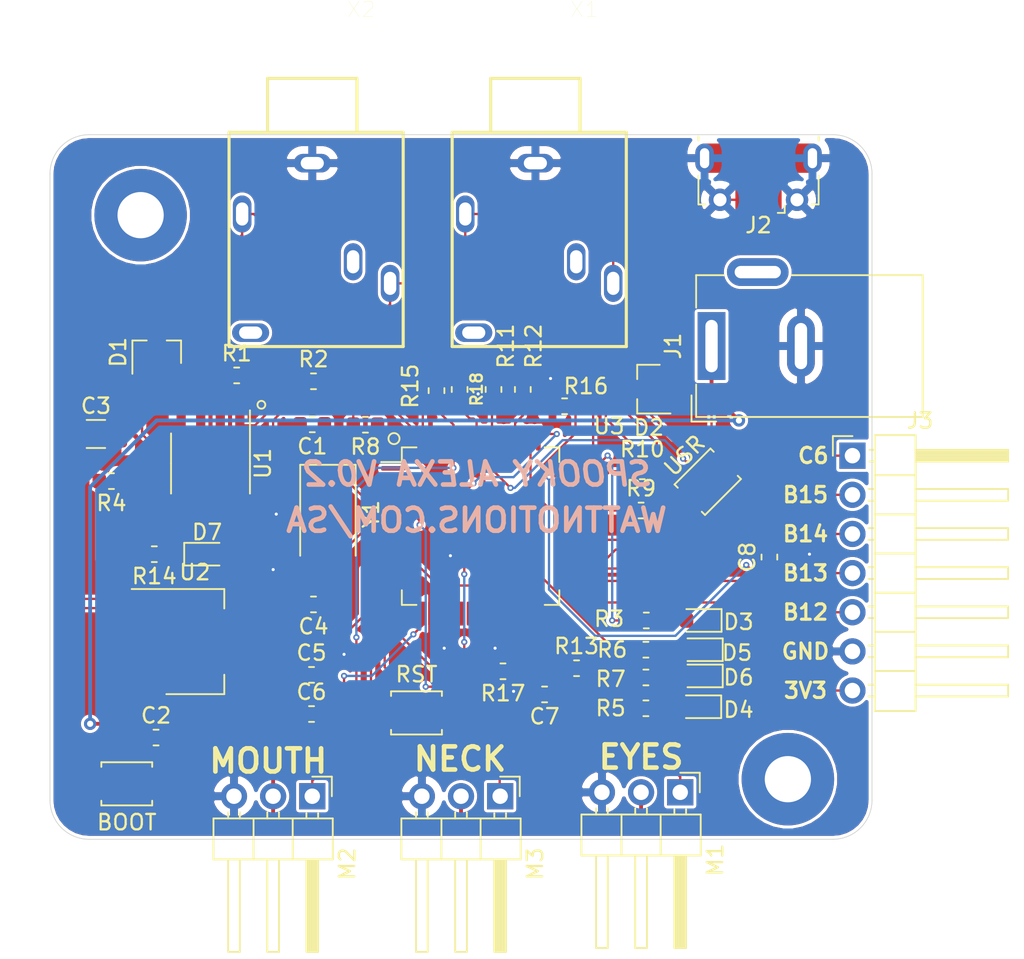
<source format=kicad_pcb>
(kicad_pcb (version 20171130) (host pcbnew "(5.1.5)-3")
  (layers (0 F.Cu signal) (31 B.Cu signal) (34 B.Paste user) (35 F.Paste user) (36 B.SilkS user) (37 F.SilkS user) (38 B.Mask user) (39 F.Mask user hide) (44 Edge.Cuts user))
  (net 0 "")
  (net 1 GND)
  (net 2 "Net-(C1-Pad1)")
  (net 3 +5V)
  (net 4 "Net-(C4-Pad1)")
  (net 5 +3V3)
  (net 6 "Net-(D1-Pad1)")
  (net 7 "Net-(D1-Pad2)")
  (net 8 "Net-(J2-Pad2)")
  (net 9 "Net-(J2-Pad4)")
  (net 10 "Net-(J2-Pad3)")
  (net 11 /EYES_SERVO)
  (net 12 /MOUTH_SERVO)
  (net 13 /NECK_SERVO)
  (net 14 "Net-(R1-Pad2)")
  (net 15 /PA11_DM)
  (net 16 /PA12_DP)
  (net 17 "Net-(U1-Pad3)")
  (net 18 "Net-(U3-Pad1)")
  (net 19 "Net-(U3-Pad2)")
  (net 20 "Net-(U3-Pad3)")
  (net 21 "Net-(U3-Pad4)")
  (net 22 "Net-(U3-Pad8)")
  (net 23 "Net-(U3-Pad9)")
  (net 24 "Net-(U3-Pad10)")
  (net 25 "Net-(U3-Pad11)")
  (net 26 "Net-(U3-Pad20)")
  (net 27 "Net-(U3-Pad21)")
  (net 28 "Net-(U3-Pad22)")
  (net 29 "Net-(U3-Pad23)")
  (net 30 "Net-(U3-Pad24)")
  (net 31 "Net-(U3-Pad25)")
  (net 32 "Net-(U3-Pad26)")
  (net 33 "Net-(U3-Pad27)")
  (net 34 "Net-(U3-Pad29)")
  (net 35 "Net-(U3-Pad51)")
  (net 36 "Net-(U3-Pad53)")
  (net 37 "Net-(U3-Pad54)")
  (net 38 "Net-(U3-Pad58)")
  (net 39 "Net-(U3-Pad59)")
  (net 40 "Net-(U3-Pad61)")
  (net 41 "Net-(U3-Pad62)")
  (net 42 "Net-(X1-Pad4)")
  (net 43 "Net-(X1-Pad5)")
  (net 44 "Net-(X2-Pad5)")
  (net 45 "Net-(X2-Pad4)")
  (net 46 /33_BO)
  (net 47 /34_BO)
  (net 48 /35_BO)
  (net 49 /36_BO)
  (net 50 /37_BO)
  (net 51 /38_BO)
  (net 52 /39_BO)
  (net 53 /40_BO)
  (net 54 /41_BO)
  (net 55 /42_BO)
  (net 56 "Net-(D2-Pad1)")
  (net 57 "Net-(D2-Pad2)")
  (net 58 "Net-(C7-Pad1)")
  (net 59 "Net-(C8-Pad1)")
  (net 60 "Net-(D3-Pad2)")
  (net 61 "Net-(D4-Pad2)")
  (net 62 "Net-(D5-Pad2)")
  (net 63 "Net-(D6-Pad2)")
  (net 64 "Net-(D7-Pad1)")
  (net 65 /PA13-RED)
  (net 66 /PA14-GRN)
  (net 67 /PA15-YEL)
  (net 68 /PB4-BLU)
  (net 69 /NRST)
  (net 70 "/PC11-(DFU)")
  (net 71 "/PB11-(DFU)")
  (net 72 "/BOOT0-(DFU)")
  (net 73 "/PA10-(DFU)")
  (net 74 "/PB2-(DFU)")
  (net 75 "/PB5-(DFU)")
  (net 76 /PB3-USR_SW)
  (net 77 /ENVELOPE_OUT)
  (module MountingHole:MountingHole_3mm_Pad (layer F.Cu) (at 102.4 73.8)
    (fp_text reference REF** hide)
    (fp_text value MountingHole_3mm_Pad)
    (pad 1 thru_hole circle (at 0 0) (size 6 6) (drill 3) (layers *.Cu *.Mask))
  )
  (module MountingHole:MountingHole_3mm_Pad (layer F.Cu) (at 144.4 110.4)
    (fp_text reference REF** hide)
    (fp_text value MountingHole_3mm_Pad)
    (pad 1 thru_hole circle (at 0 0) (size 6 6) (drill 3) (layers *.Cu *.Mask))
  )
  (module Package_TO_SOT_SMD:SOT-23 (layer F.Cu) (at 103.444 82.693 90)
    (fp_text reference D1 (at 0 -2.5 90) (layer F.SilkS))
    (fp_text value BAR43FILM)
    (pad 1 smd rect (at -1 -0.95 90) (size 0.9 0.8) (layers F.Cu F.Paste F.Mask) (net 6 "Net-(D1-Pad1)"))
    (pad 2 smd rect (at -1 0.95 90) (size 0.9 0.8) (layers F.Cu F.Paste F.Mask) (net 7 "Net-(D1-Pad2)"))
    (pad 3 smd rect (at 1 0 90) (size 0.9 0.8) (layers F.Cu F.Paste F.Mask) (net 77 /ENVELOPE_OUT))
  )
  (module Connector_BarrelJack:BarrelJack_Wuerth_6941xx301002 (layer F.Cu) (at 139.446 82.296 90)
    (fp_text reference J1 (at 0 -2.5 90) (layer F.SilkS))
    (fp_text value Jack-DC)
    (pad 3 thru_hole oval (at 4.8 3 180) (size 4 1.8) (drill oval 3 0.8) (layers *.Cu *.Mask))
    (pad 2 thru_hole oval (at 0 5.8 90) (size 4 1.8) (drill oval 3 0.8) (layers *.Cu *.Mask) (net 1 GND))
    (pad 1 thru_hole rect (at 0 0 90) (size 4.4 1.8) (drill oval 3.4 0.8) (layers *.Cu *.Mask) (net 3 +5V))
  )
  (module Connector_USB:USB_Micro-B_Molex-105017-0001 (layer F.Cu) (at 142.494 71.3415 180)
    (fp_text reference J2 (at 0 -3.1125) (layer F.SilkS))
    (fp_text value USB_B_Micro)
    (pad 6 smd rect (at 1 1.2375 180) (size 1.5 1.9) (layers F.Cu F.Paste F.Mask) (net 1 GND))
    (pad 6 thru_hole circle (at -2.5 -1.4625 180) (size 1.45 1.45) (drill 0.85) (layers *.Cu *.Mask) (net 1 GND))
    (pad 2 smd rect (at -0.65 -1.4625 180) (size 0.4 1.35) (layers F.Cu F.Paste F.Mask) (net 8 "Net-(J2-Pad2)"))
    (pad 1 smd rect (at -1.3 -1.4625 180) (size 0.4 1.35) (layers F.Cu F.Paste F.Mask) (net 56 "Net-(D2-Pad1)"))
    (pad 5 smd rect (at 1.3 -1.4625 180) (size 0.4 1.35) (layers F.Cu F.Paste F.Mask) (net 1 GND))
    (pad 4 smd rect (at 0.65 -1.4625 180) (size 0.4 1.35) (layers F.Cu F.Paste F.Mask) (net 9 "Net-(J2-Pad4)"))
    (pad 3 smd rect (at 0 -1.4625 180) (size 0.4 1.35) (layers F.Cu F.Paste F.Mask) (net 10 "Net-(J2-Pad3)"))
    (pad 6 thru_hole circle (at 2.5 -1.4625 180) (size 1.45 1.45) (drill 0.85) (layers *.Cu *.Mask) (net 1 GND))
    (pad 6 smd rect (at -1 1.2375 180) (size 1.5 1.9) (layers F.Cu F.Paste F.Mask) (net 1 GND))
    (pad 6 thru_hole oval (at -3.5 1.2375) (size 1.2 1.9) (drill oval 0.6 1.3) (layers *.Cu *.Mask) (net 1 GND))
    (pad 6 thru_hole oval (at 3.5 1.2375 180) (size 1.2 1.9) (drill oval 0.6 1.3) (layers *.Cu *.Mask) (net 1 GND))
    (pad 6 smd rect (at 2.9 1.2375 180) (size 1.2 1.9) (layers F.Cu F.Mask) (net 1 GND))
    (pad 6 smd rect (at -2.9 1.2375 180) (size 1.2 1.9) (layers F.Cu F.Mask) (net 1 GND))
  )
  (module Connector_PinHeader_2.54mm:PinHeader_1x03_P2.54mm_Horizontal (layer F.Cu) (at 137.414 111.252 270)
    (fp_text reference M1 (at 4.385 -2.27 90) (layer F.SilkS))
    (fp_text value Motor_Servo)
    (pad 1 thru_hole rect (at 0 0 270) (size 1.7 1.7) (drill 1) (layers *.Cu *.Mask) (net 11 /EYES_SERVO))
    (pad 2 thru_hole oval (at 0 2.54 270) (size 1.7 1.7) (drill 1) (layers *.Cu *.Mask) (net 3 +5V))
    (pad 3 thru_hole oval (at 0 5.08 270) (size 1.7 1.7) (drill 1) (layers *.Cu *.Mask) (net 1 GND))
  )
  (module Connector_PinHeader_2.54mm:PinHeader_1x03_P2.54mm_Horizontal (layer F.Cu) (at 113.538 111.506 270)
    (fp_text reference M2 (at 4.385 -2.27 90) (layer F.SilkS))
    (fp_text value Motor_Servo)
    (pad 1 thru_hole rect (at 0 0 270) (size 1.7 1.7) (drill 1) (layers *.Cu *.Mask) (net 12 /MOUTH_SERVO))
    (pad 2 thru_hole oval (at 0 2.54 270) (size 1.7 1.7) (drill 1) (layers *.Cu *.Mask) (net 3 +5V))
    (pad 3 thru_hole oval (at 0 5.08 270) (size 1.7 1.7) (drill 1) (layers *.Cu *.Mask) (net 1 GND))
  )
  (module Connector_PinHeader_2.54mm:PinHeader_1x03_P2.54mm_Horizontal (layer F.Cu) (at 125.73 111.506 270)
    (fp_text reference M3 (at 4.385 -2.27 90) (layer F.SilkS))
    (fp_text value Motor_Servo)
    (pad 3 thru_hole oval (at 0 5.08 270) (size 1.7 1.7) (drill 1) (layers *.Cu *.Mask) (net 1 GND))
    (pad 2 thru_hole oval (at 0 2.54 270) (size 1.7 1.7) (drill 1) (layers *.Cu *.Mask) (net 3 +5V))
    (pad 1 thru_hole rect (at 0 0 270) (size 1.7 1.7) (drill 1) (layers *.Cu *.Mask) (net 13 /NECK_SERVO))
  )
  (module Package_SO:SOIC-8_3.9x4.9mm_P1.27mm (layer F.Cu) (at 106.934 89.916 270)
    (fp_text reference U1 (at 0 -3.4 90) (layer F.SilkS))
    (fp_text value TLV2372)
    (pad 1 smd roundrect (at -2.475 -1.905 270) (size 1.95 0.6) (layers F.Cu F.Paste F.Mask) (net 6 "Net-(D1-Pad1)"))
    (pad 2 smd roundrect (at -2.475 -0.635 270) (size 1.95 0.6) (layers F.Cu F.Paste F.Mask) (net 14 "Net-(R1-Pad2)"))
    (pad 3 smd roundrect (at -2.475 0.635 270) (size 1.95 0.6) (layers F.Cu F.Paste F.Mask) (net 17 "Net-(U1-Pad3)"))
    (pad 4 smd roundrect (at -2.475 1.905 270) (size 1.95 0.6) (layers F.Cu F.Paste F.Mask) (net 1 GND))
    (pad 5 smd roundrect (at 2.475 1.905 270) (size 1.95 0.6) (layers F.Cu F.Paste F.Mask))
    (pad 6 smd roundrect (at 2.475 0.635 270) (size 1.95 0.6) (layers F.Cu F.Paste F.Mask))
    (pad 7 smd roundrect (at 2.475 -0.635 270) (size 1.95 0.6) (layers F.Cu F.Paste F.Mask))
    (pad 8 smd roundrect (at 2.475 -1.905 270) (size 1.95 0.6) (layers F.Cu F.Paste F.Mask) (net 5 +3V3))
  )
  (module Package_TO_SOT_SMD:SOT-223-3_TabPin2 (layer F.Cu) (at 105.918 101.473)
    (fp_text reference U2 (at 0 -4.5) (layer F.SilkS))
    (fp_text value LM1117-3.3)
    (pad 2 smd rect (at 3.15 0) (size 2 3.8) (layers F.Cu F.Paste F.Mask) (net 5 +3V3))
    (pad 2 smd rect (at -3.15 0) (size 2 1.5) (layers F.Cu F.Paste F.Mask) (net 5 +3V3))
    (pad 3 smd rect (at -3.15 2.3) (size 2 1.5) (layers F.Cu F.Paste F.Mask) (net 3 +5V))
    (pad 1 smd rect (at -3.15 -2.3) (size 2 1.5) (layers F.Cu F.Paste F.Mask) (net 1 GND))
  )
  (module Package_QFP:LQFP-64_10x10mm_P0.5mm (layer F.Cu) (at 124.46 93.98)
    (fp_text reference U3 (at 8.34 -6.48) (layer F.SilkS))
    (fp_text value STM32F405RGTx)
    (pad 1 smd roundrect (at -5.675 -3.75) (size 1.55 0.3) (layers F.Cu F.Paste F.Mask) (net 18 "Net-(U3-Pad1)"))
    (pad 2 smd roundrect (at -5.675 -3.25) (size 1.55 0.3) (layers F.Cu F.Paste F.Mask) (net 19 "Net-(U3-Pad2)"))
    (pad 3 smd roundrect (at -5.675 -2.75) (size 1.55 0.3) (layers F.Cu F.Paste F.Mask) (net 20 "Net-(U3-Pad3)"))
    (pad 4 smd roundrect (at -5.675 -2.25) (size 1.55 0.3) (layers F.Cu F.Paste F.Mask) (net 21 "Net-(U3-Pad4)"))
    (pad 5 smd roundrect (at -5.675 -1.75) (size 1.55 0.3) (layers F.Cu F.Paste F.Mask) (net 2 "Net-(C1-Pad1)"))
    (pad 6 smd roundrect (at -5.675 -1.25) (size 1.55 0.3) (layers F.Cu F.Paste F.Mask) (net 4 "Net-(C4-Pad1)"))
    (pad 7 smd roundrect (at -5.675 -0.75) (size 1.55 0.3) (layers F.Cu F.Paste F.Mask) (net 69 /NRST))
    (pad 8 smd roundrect (at -5.675 -0.25) (size 1.55 0.3) (layers F.Cu F.Paste F.Mask) (net 22 "Net-(U3-Pad8)"))
    (pad 9 smd roundrect (at -5.675 0.25) (size 1.55 0.3) (layers F.Cu F.Paste F.Mask) (net 23 "Net-(U3-Pad9)"))
    (pad 10 smd roundrect (at -5.675 0.75) (size 1.55 0.3) (layers F.Cu F.Paste F.Mask) (net 24 "Net-(U3-Pad10)"))
    (pad 11 smd roundrect (at -5.675 1.25) (size 1.55 0.3) (layers F.Cu F.Paste F.Mask) (net 25 "Net-(U3-Pad11)"))
    (pad 12 smd roundrect (at -5.675 1.75) (size 1.55 0.3) (layers F.Cu F.Paste F.Mask) (net 1 GND))
    (pad 13 smd roundrect (at -5.675 2.25) (size 1.55 0.3) (layers F.Cu F.Paste F.Mask) (net 5 +3V3))
    (pad 14 smd roundrect (at -5.675 2.75) (size 1.55 0.3) (layers F.Cu F.Paste F.Mask) (net 11 /EYES_SERVO))
    (pad 15 smd roundrect (at -5.675 3.25) (size 1.55 0.3) (layers F.Cu F.Paste F.Mask) (net 12 /MOUTH_SERVO))
    (pad 16 smd roundrect (at -5.675 3.75) (size 1.55 0.3) (layers F.Cu F.Paste F.Mask) (net 13 /NECK_SERVO))
    (pad 17 smd roundrect (at -3.75 5.675) (size 0.3 1.55) (layers F.Cu F.Paste F.Mask) (net 77 /ENVELOPE_OUT))
    (pad 18 smd roundrect (at -3.25 5.675) (size 0.3 1.55) (layers F.Cu F.Paste F.Mask) (net 1 GND))
    (pad 19 smd roundrect (at -2.75 5.675) (size 0.3 1.55) (layers F.Cu F.Paste F.Mask) (net 5 +3V3))
    (pad 20 smd roundrect (at -2.25 5.675) (size 0.3 1.55) (layers F.Cu F.Paste F.Mask) (net 26 "Net-(U3-Pad20)"))
    (pad 21 smd roundrect (at -1.75 5.675) (size 0.3 1.55) (layers F.Cu F.Paste F.Mask) (net 27 "Net-(U3-Pad21)"))
    (pad 22 smd roundrect (at -1.25 5.675) (size 0.3 1.55) (layers F.Cu F.Paste F.Mask) (net 28 "Net-(U3-Pad22)"))
    (pad 23 smd roundrect (at -0.75 5.675) (size 0.3 1.55) (layers F.Cu F.Paste F.Mask) (net 29 "Net-(U3-Pad23)"))
    (pad 24 smd roundrect (at -0.25 5.675) (size 0.3 1.55) (layers F.Cu F.Paste F.Mask) (net 30 "Net-(U3-Pad24)"))
    (pad 25 smd roundrect (at 0.25 5.675) (size 0.3 1.55) (layers F.Cu F.Paste F.Mask) (net 31 "Net-(U3-Pad25)"))
    (pad 26 smd roundrect (at 0.75 5.675) (size 0.3 1.55) (layers F.Cu F.Paste F.Mask) (net 32 "Net-(U3-Pad26)"))
    (pad 27 smd roundrect (at 1.25 5.675) (size 0.3 1.55) (layers F.Cu F.Paste F.Mask) (net 33 "Net-(U3-Pad27)"))
    (pad 28 smd roundrect (at 1.75 5.675) (size 0.3 1.55) (layers F.Cu F.Paste F.Mask) (net 74 "/PB2-(DFU)"))
    (pad 29 smd roundrect (at 2.25 5.675) (size 0.3 1.55) (layers F.Cu F.Paste F.Mask) (net 34 "Net-(U3-Pad29)"))
    (pad 30 smd roundrect (at 2.75 5.675) (size 0.3 1.55) (layers F.Cu F.Paste F.Mask) (net 71 "/PB11-(DFU)"))
    (pad 31 smd roundrect (at 3.25 5.675) (size 0.3 1.55) (layers F.Cu F.Paste F.Mask) (net 58 "Net-(C7-Pad1)"))
    (pad 32 smd roundrect (at 3.75 5.675) (size 0.3 1.55) (layers F.Cu F.Paste F.Mask) (net 5 +3V3))
    (pad 33 smd roundrect (at 5.675 3.75) (size 1.55 0.3) (layers F.Cu F.Paste F.Mask) (net 46 /33_BO))
    (pad 34 smd roundrect (at 5.675 3.25) (size 1.55 0.3) (layers F.Cu F.Paste F.Mask) (net 47 /34_BO))
    (pad 35 smd roundrect (at 5.675 2.75) (size 1.55 0.3) (layers F.Cu F.Paste F.Mask) (net 48 /35_BO))
    (pad 36 smd roundrect (at 5.675 2.25) (size 1.55 0.3) (layers F.Cu F.Paste F.Mask) (net 49 /36_BO))
    (pad 37 smd roundrect (at 5.675 1.75) (size 1.55 0.3) (layers F.Cu F.Paste F.Mask) (net 50 /37_BO))
    (pad 38 smd roundrect (at 5.675 1.25) (size 1.55 0.3) (layers F.Cu F.Paste F.Mask) (net 51 /38_BO))
    (pad 39 smd roundrect (at 5.675 0.75) (size 1.55 0.3) (layers F.Cu F.Paste F.Mask) (net 52 /39_BO))
    (pad 40 smd roundrect (at 5.675 0.25) (size 1.55 0.3) (layers F.Cu F.Paste F.Mask) (net 53 /40_BO))
    (pad 41 smd roundrect (at 5.675 -0.25) (size 1.55 0.3) (layers F.Cu F.Paste F.Mask) (net 54 /41_BO))
    (pad 42 smd roundrect (at 5.675 -0.75) (size 1.55 0.3) (layers F.Cu F.Paste F.Mask) (net 55 /42_BO))
    (pad 43 smd roundrect (at 5.675 -1.25) (size 1.55 0.3) (layers F.Cu F.Paste F.Mask) (net 73 "/PA10-(DFU)"))
    (pad 44 smd roundrect (at 5.675 -1.75) (size 1.55 0.3) (layers F.Cu F.Paste F.Mask) (net 15 /PA11_DM))
    (pad 45 smd roundrect (at 5.675 -2.25) (size 1.55 0.3) (layers F.Cu F.Paste F.Mask) (net 16 /PA12_DP))
    (pad 46 smd roundrect (at 5.675 -2.75) (size 1.55 0.3) (layers F.Cu F.Paste F.Mask) (net 65 /PA13-RED))
    (pad 47 smd roundrect (at 5.675 -3.25) (size 1.55 0.3) (layers F.Cu F.Paste F.Mask) (net 59 "Net-(C8-Pad1)"))
    (pad 48 smd roundrect (at 5.675 -3.75) (size 1.55 0.3) (layers F.Cu F.Paste F.Mask) (net 5 +3V3))
    (pad 49 smd roundrect (at 3.75 -5.675) (size 0.3 1.55) (layers F.Cu F.Paste F.Mask) (net 66 /PA14-GRN))
    (pad 50 smd roundrect (at 3.25 -5.675) (size 0.3 1.55) (layers F.Cu F.Paste F.Mask) (net 67 /PA15-YEL))
    (pad 51 smd roundrect (at 2.75 -5.675) (size 0.3 1.55) (layers F.Cu F.Paste F.Mask) (net 35 "Net-(U3-Pad51)"))
    (pad 52 smd roundrect (at 2.25 -5.675) (size 0.3 1.55) (layers F.Cu F.Paste F.Mask) (net 70 "/PC11-(DFU)"))
    (pad 53 smd roundrect (at 1.75 -5.675) (size 0.3 1.55) (layers F.Cu F.Paste F.Mask) (net 36 "Net-(U3-Pad53)"))
    (pad 54 smd roundrect (at 1.25 -5.675) (size 0.3 1.55) (layers F.Cu F.Paste F.Mask) (net 37 "Net-(U3-Pad54)"))
    (pad 55 smd roundrect (at 0.75 -5.675) (size 0.3 1.55) (layers F.Cu F.Paste F.Mask) (net 76 /PB3-USR_SW))
    (pad 56 smd roundrect (at 0.25 -5.675) (size 0.3 1.55) (layers F.Cu F.Paste F.Mask) (net 68 /PB4-BLU))
    (pad 57 smd roundrect (at -0.25 -5.675) (size 0.3 1.55) (layers F.Cu F.Paste F.Mask) (net 75 "/PB5-(DFU)"))
    (pad 58 smd roundrect (at -0.75 -5.675) (size 0.3 1.55) (layers F.Cu F.Paste F.Mask) (net 38 "Net-(U3-Pad58)"))
    (pad 59 smd roundrect (at -1.25 -5.675) (size 0.3 1.55) (layers F.Cu F.Paste F.Mask) (net 39 "Net-(U3-Pad59)"))
    (pad 60 smd roundrect (at -1.75 -5.675) (size 0.3 1.55) (layers F.Cu F.Paste F.Mask) (net 72 "/BOOT0-(DFU)"))
    (pad 61 smd roundrect (at -2.25 -5.675) (size 0.3 1.55) (layers F.Cu F.Paste F.Mask) (net 40 "Net-(U3-Pad61)"))
    (pad 62 smd roundrect (at -2.75 -5.675) (size 0.3 1.55) (layers F.Cu F.Paste F.Mask) (net 41 "Net-(U3-Pad62)"))
    (pad 63 smd roundrect (at -3.25 -5.675) (size 0.3 1.55) (layers F.Cu F.Paste F.Mask) (net 1 GND))
    (pad 64 smd roundrect (at -3.75 -5.675) (size 0.3 1.55) (layers F.Cu F.Paste F.Mask) (net 5 +3V3))
  )
  (module kicad_footprints:1503_09 (layer F.Cu) (at 128.016 68.326)
    (fp_text reference X1 (at 3.175 -7.875) (layer F.SilkS) (effects (font (thickness 0.015))))
    (fp_text value 1503_09)
    (pad 1 thru_hole oval (at 0 2.1) (size 2.4 1.2) (drill oval 1.5 0.8) (layers *.Cu *.Mask) (net 1 GND))
    (pad 2 thru_hole oval (at -4.55 5.4) (size 1.2 2.4) (drill oval 0.8 1.5) (layers *.Cu *.Mask) (net 17 "Net-(U1-Pad3)"))
    (pad 3 thru_hole oval (at 5.05 9.9) (size 1.2 2.4) (drill oval 0.8 1.5) (layers *.Cu *.Mask) (net 17 "Net-(U1-Pad3)"))
    (pad 4 thru_hole oval (at -4 13.1) (size 2.4 1.2) (drill oval 1.5 0.8) (layers *.Cu *.Mask) (net 42 "Net-(X1-Pad4)"))
    (pad 5 thru_hole oval (at 2.65 8.5) (size 1.2 2.4) (drill oval 0.8 1.5) (layers *.Cu *.Mask) (net 43 "Net-(X1-Pad5)"))
  )
  (module kicad_footprints:1503_09 (layer F.Cu) (at 113.538 68.326)
    (fp_text reference X2 (at 3.175 -7.875) (layer F.SilkS) (effects (font (thickness 0.015))))
    (fp_text value 1503_09)
    (pad 5 thru_hole oval (at 2.65 8.5) (size 1.2 2.4) (drill oval 0.8 1.5) (layers *.Cu *.Mask) (net 44 "Net-(X2-Pad5)"))
    (pad 4 thru_hole oval (at -4 13.1) (size 2.4 1.2) (drill oval 1.5 0.8) (layers *.Cu *.Mask) (net 45 "Net-(X2-Pad4)"))
    (pad 3 thru_hole oval (at 5.05 9.9) (size 1.2 2.4) (drill oval 0.8 1.5) (layers *.Cu *.Mask) (net 17 "Net-(U1-Pad3)"))
    (pad 2 thru_hole oval (at -4.55 5.4) (size 1.2 2.4) (drill oval 0.8 1.5) (layers *.Cu *.Mask) (net 17 "Net-(U1-Pad3)"))
    (pad 1 thru_hole oval (at 0 2.1) (size 2.4 1.2) (drill oval 1.5 0.8) (layers *.Cu *.Mask) (net 1 GND))
  )
  (module Crystal:Crystal_SMD_Abracon_ABM3-2Pin_5.0x3.2mm (layer F.Cu) (at 114.554 93.2 270)
    (fp_text reference Y1 (at 0 -2.8 90) (layer F.SilkS))
    (fp_text value 12Mhz)
    (pad 1 smd rect (at -2.05 0 270) (size 1.9 2.4) (layers F.Cu F.Paste F.Mask) (net 2 "Net-(C1-Pad1)"))
    (pad 2 smd rect (at 2.05 0 270) (size 1.9 2.4) (layers F.Cu F.Paste F.Mask) (net 4 "Net-(C4-Pad1)"))
  )
  (module Connector_PinHeader_2.54mm:PinHeader_1x07_P2.54mm_Horizontal (layer F.Cu) (at 148.59 89.408)
    (fp_text reference J3 (at 4.385 -2.27) (layer F.SilkS))
    (fp_text value Conn_01x07_Male)
    (pad 1 thru_hole rect (at 0 0) (size 1.7 1.7) (drill 1) (layers *.Cu *.Mask) (net 50 /37_BO))
    (pad 2 thru_hole oval (at 0 2.54) (size 1.7 1.7) (drill 1) (layers *.Cu *.Mask) (net 49 /36_BO))
    (pad 3 thru_hole oval (at 0 5.08) (size 1.7 1.7) (drill 1) (layers *.Cu *.Mask) (net 48 /35_BO))
    (pad 4 thru_hole oval (at 0 7.62) (size 1.7 1.7) (drill 1) (layers *.Cu *.Mask) (net 47 /34_BO))
    (pad 5 thru_hole oval (at 0 10.16) (size 1.7 1.7) (drill 1) (layers *.Cu *.Mask) (net 46 /33_BO))
    (pad 6 thru_hole oval (at 0 12.7) (size 1.7 1.7) (drill 1) (layers *.Cu *.Mask) (net 1 GND))
    (pad 7 thru_hole oval (at 0 15.24) (size 1.7 1.7) (drill 1) (layers *.Cu *.Mask) (net 5 +3V3))
  )
  (module Package_TO_SOT_SMD:SOT-23 (layer F.Cu) (at 135.382 85.09 180)
    (fp_text reference D2 (at 0 -2.5) (layer F.SilkS))
    (fp_text value BAR43FILM)
    (pad 1 smd rect (at -1 -0.95 180) (size 0.9 0.8) (layers F.Cu F.Paste F.Mask) (net 56 "Net-(D2-Pad1)"))
    (pad 2 smd rect (at -1 0.95 180) (size 0.9 0.8) (layers F.Cu F.Paste F.Mask) (net 57 "Net-(D2-Pad2)"))
    (pad 3 smd rect (at 1 0 180) (size 0.9 0.8) (layers F.Cu F.Paste F.Mask) (net 3 +5V))
  )
  (module Capacitor_SMD:C_0603_1608Metric (layer F.Cu) (at 113.538 87.376 180)
    (fp_text reference C1 (at 0 -1.43) (layer F.SilkS))
    (fp_text value 18pf)
    (pad 1 smd roundrect (at -0.7875 0 180) (size 0.875 0.95) (layers F.Cu F.Paste F.Mask) (net 2 "Net-(C1-Pad1)"))
    (pad 2 smd roundrect (at 0.7875 0 180) (size 0.875 0.95) (layers F.Cu F.Paste F.Mask) (net 1 GND))
  )
  (module Capacitor_SMD:C_0603_1608Metric (layer F.Cu) (at 103.4 107.7)
    (fp_text reference C2 (at 0 -1.43) (layer F.SilkS))
    (fp_text value 10uF)
    (pad 2 smd roundrect (at 0.7875 0) (size 0.875 0.95) (layers F.Cu F.Paste F.Mask) (net 1 GND))
    (pad 1 smd roundrect (at -0.7875 0) (size 0.875 0.95) (layers F.Cu F.Paste F.Mask) (net 3 +5V))
  )
  (module Capacitor_SMD:C_0603_1608Metric (layer F.Cu) (at 113.6165 99.06 180)
    (fp_text reference C4 (at 0 -1.43) (layer F.SilkS))
    (fp_text value 18pf)
    (pad 2 smd roundrect (at 0.7875 0 180) (size 0.875 0.95) (layers F.Cu F.Paste F.Mask) (net 1 GND))
    (pad 1 smd roundrect (at -0.7875 0 180) (size 0.875 0.95) (layers F.Cu F.Paste F.Mask) (net 4 "Net-(C4-Pad1)"))
  )
  (module Capacitor_SMD:C_0603_1608Metric (layer F.Cu) (at 113.4895 103.632)
    (fp_text reference C5 (at 0 -1.43) (layer F.SilkS))
    (fp_text value 4.7uF)
    (pad 1 smd roundrect (at -0.7875 0) (size 0.875 0.95) (layers F.Cu F.Paste F.Mask) (net 5 +3V3))
    (pad 2 smd roundrect (at 0.7875 0) (size 0.875 0.95) (layers F.Cu F.Paste F.Mask) (net 1 GND))
  )
  (module Capacitor_SMD:C_0603_1608Metric (layer F.Cu) (at 113.4895 106.172)
    (fp_text reference C6 (at 0 -1.43) (layer F.SilkS))
    (fp_text value 100nF)
    (pad 1 smd roundrect (at -0.7875 0) (size 0.875 0.95) (layers F.Cu F.Paste F.Mask) (net 5 +3V3))
    (pad 2 smd roundrect (at 0.7875 0) (size 0.875 0.95) (layers F.Cu F.Paste F.Mask) (net 1 GND))
  )
  (module Capacitor_SMD:C_0603_1608Metric (layer F.Cu) (at 128.6125 104.9 180)
    (fp_text reference C7 (at 0 -1.43) (layer F.SilkS))
    (fp_text value 2.2uF)
    (pad 1 smd roundrect (at -0.7875 0 180) (size 0.875 0.95) (layers F.Cu F.Paste F.Mask) (net 58 "Net-(C7-Pad1)"))
    (pad 2 smd roundrect (at 0.7875 0 180) (size 0.875 0.95) (layers F.Cu F.Paste F.Mask) (net 1 GND))
  )
  (module Capacitor_SMD:C_0603_1608Metric (layer F.Cu) (at 143.2 95.9875 90)
    (fp_text reference C8 (at 0 -1.43 90) (layer F.SilkS))
    (fp_text value 2.2uF)
    (pad 2 smd roundrect (at 0.7875 0 90) (size 0.875 0.95) (layers F.Cu F.Paste F.Mask) (net 1 GND))
    (pad 1 smd roundrect (at -0.7875 0 90) (size 0.875 0.95) (layers F.Cu F.Paste F.Mask) (net 59 "Net-(C8-Pad1)"))
  )
  (module LED_SMD:LED_0603_1608Metric (layer F.Cu) (at 138.6125 100.1 180)
    (fp_text reference D3 (at -2.5875 -0.1) (layer F.SilkS))
    (fp_text value LED)
    (pad 2 smd roundrect (at 0.7875 0 180) (size 0.875 0.95) (layers F.Cu F.Paste F.Mask) (net 60 "Net-(D3-Pad2)"))
    (pad 1 smd roundrect (at -0.7875 0 180) (size 0.875 0.95) (layers F.Cu F.Paste F.Mask) (net 1 GND))
  )
  (module LED_SMD:LED_0603_1608Metric (layer F.Cu) (at 138.5875 105.7 180)
    (fp_text reference D4 (at -2.6125 -0.2) (layer F.SilkS))
    (fp_text value LED)
    (pad 1 smd roundrect (at -0.7875 0 180) (size 0.875 0.95) (layers F.Cu F.Paste F.Mask) (net 1 GND))
    (pad 2 smd roundrect (at 0.7875 0 180) (size 0.875 0.95) (layers F.Cu F.Paste F.Mask) (net 61 "Net-(D4-Pad2)"))
  )
  (module LED_SMD:LED_0603_1608Metric (layer F.Cu) (at 138.6875 102 180)
    (fp_text reference D5 (at -2.4125 -0.2) (layer F.SilkS))
    (fp_text value LED)
    (pad 2 smd roundrect (at 0.7875 0 180) (size 0.875 0.95) (layers F.Cu F.Paste F.Mask) (net 62 "Net-(D5-Pad2)"))
    (pad 1 smd roundrect (at -0.7875 0 180) (size 0.875 0.95) (layers F.Cu F.Paste F.Mask) (net 1 GND))
  )
  (module LED_SMD:LED_0603_1608Metric (layer F.Cu) (at 138.6875 103.7 180)
    (fp_text reference D6 (at -2.5125 -0.1) (layer F.SilkS))
    (fp_text value LED)
    (pad 1 smd roundrect (at -0.7875 0 180) (size 0.875 0.95) (layers F.Cu F.Paste F.Mask) (net 1 GND))
    (pad 2 smd roundrect (at 0.7875 0 180) (size 0.875 0.95) (layers F.Cu F.Paste F.Mask) (net 63 "Net-(D6-Pad2)"))
  )
  (module LED_SMD:LED_0603_1608Metric (layer F.Cu) (at 106.7125 95.8)
    (fp_text reference D7 (at 0 -1.43) (layer F.SilkS))
    (fp_text value LED)
    (pad 1 smd roundrect (at -0.7875 0) (size 0.875 0.95) (layers F.Cu F.Paste F.Mask) (net 64 "Net-(D7-Pad1)"))
    (pad 2 smd roundrect (at 0.7875 0) (size 0.875 0.95) (layers F.Cu F.Paste F.Mask) (net 5 +3V3))
  )
  (module Resistor_SMD:R_0603_1608Metric (layer F.Cu) (at 108.6335 84.201)
    (fp_text reference R1 (at 0 -1.43) (layer F.SilkS))
    (fp_text value 5k)
    (pad 2 smd roundrect (at 0.7875 0) (size 0.875 0.95) (layers F.Cu F.Paste F.Mask) (net 14 "Net-(R1-Pad2)"))
    (pad 1 smd roundrect (at -0.7875 0) (size 0.875 0.95) (layers F.Cu F.Paste F.Mask) (net 1 GND))
  )
  (module Resistor_SMD:R_0603_1608Metric (layer F.Cu) (at 113.6165 84.582)
    (fp_text reference R2 (at 0 -1.43) (layer F.SilkS))
    (fp_text value 25k)
    (pad 1 smd roundrect (at -0.7875 0) (size 0.875 0.95) (layers F.Cu F.Paste F.Mask) (net 6 "Net-(D1-Pad1)"))
    (pad 2 smd roundrect (at 0.7875 0) (size 0.875 0.95) (layers F.Cu F.Paste F.Mask) (net 14 "Net-(R1-Pad2)"))
  )
  (module Resistor_SMD:R_0603_1608Metric (layer F.Cu) (at 135.2125 100.1 180)
    (fp_text reference R3 (at 2.4125 0.1) (layer F.SilkS))
    (fp_text value 560R)
    (pad 1 smd roundrect (at -0.7875 0 180) (size 0.875 0.95) (layers F.Cu F.Paste F.Mask) (net 60 "Net-(D3-Pad2)"))
    (pad 2 smd roundrect (at 0.7875 0 180) (size 0.875 0.95) (layers F.Cu F.Paste F.Mask) (net 65 /PA13-RED))
  )
  (module Resistor_SMD:R_0603_1608Metric (layer F.Cu) (at 100.5055 91.059 180)
    (fp_text reference R4 (at 0 -1.43) (layer F.SilkS))
    (fp_text value 3k)
    (pad 2 smd roundrect (at 0.7875 0 180) (size 0.875 0.95) (layers F.Cu F.Paste F.Mask) (net 77 /ENVELOPE_OUT))
    (pad 1 smd roundrect (at -0.7875 0 180) (size 0.875 0.95) (layers F.Cu F.Paste F.Mask) (net 1 GND))
  )
  (module Resistor_SMD:R_0603_1608Metric (layer F.Cu) (at 135.1875 105.8 180)
    (fp_text reference R5 (at 2.2875 0) (layer F.SilkS))
    (fp_text value 560R)
    (pad 2 smd roundrect (at 0.7875 0 180) (size 0.875 0.95) (layers F.Cu F.Paste F.Mask) (net 66 /PA14-GRN))
    (pad 1 smd roundrect (at -0.7875 0 180) (size 0.875 0.95) (layers F.Cu F.Paste F.Mask) (net 61 "Net-(D4-Pad2)"))
  )
  (module Resistor_SMD:R_0603_1608Metric (layer F.Cu) (at 135.1875 102 180)
    (fp_text reference R6 (at 2.1875 0) (layer F.SilkS))
    (fp_text value 560R)
    (pad 1 smd roundrect (at -0.7875 0 180) (size 0.875 0.95) (layers F.Cu F.Paste F.Mask) (net 62 "Net-(D5-Pad2)"))
    (pad 2 smd roundrect (at 0.7875 0 180) (size 0.875 0.95) (layers F.Cu F.Paste F.Mask) (net 67 /PA15-YEL))
  )
  (module Resistor_SMD:R_0603_1608Metric (layer F.Cu) (at 135.1875 103.8 180)
    (fp_text reference R7 (at 2.2875 -0.1) (layer F.SilkS))
    (fp_text value 560R)
    (pad 2 smd roundrect (at 0.7875 0 180) (size 0.875 0.95) (layers F.Cu F.Paste F.Mask) (net 68 /PB4-BLU))
    (pad 1 smd roundrect (at -0.7875 0 180) (size 0.875 0.95) (layers F.Cu F.Paste F.Mask) (net 63 "Net-(D6-Pad2)"))
  )
  (module Resistor_SMD:R_0603_1608Metric (layer F.Cu) (at 116.9875 87.4 180)
    (fp_text reference R8 (at 0 -1.43) (layer F.SilkS))
    (fp_text value 4K7)
    (pad 1 smd roundrect (at -0.7875 0 180) (size 0.875 0.95) (layers F.Cu F.Paste F.Mask) (net 69 /NRST))
    (pad 2 smd roundrect (at 0.7875 0 180) (size 0.875 0.95) (layers F.Cu F.Paste F.Mask) (net 5 +3V3))
  )
  (module Resistor_SMD:R_0603_1608Metric (layer F.Cu) (at 134.874 92.964)
    (fp_text reference R9 (at 0 -1.43) (layer F.SilkS))
    (fp_text value R_Small)
    (pad 2 smd roundrect (at 0.7875 0) (size 0.875 0.95) (layers F.Cu F.Paste F.Mask) (net 10 "Net-(J2-Pad3)"))
    (pad 1 smd roundrect (at -0.7875 0) (size 0.875 0.95) (layers F.Cu F.Paste F.Mask) (net 15 /PA11_DM))
  )
  (module Resistor_SMD:R_0603_1608Metric (layer F.Cu) (at 134.9525 90.424)
    (fp_text reference R10 (at 0 -1.43) (layer F.SilkS))
    (fp_text value R_Small)
    (pad 1 smd roundrect (at -0.7875 0) (size 0.875 0.95) (layers F.Cu F.Paste F.Mask) (net 16 /PA12_DP))
    (pad 2 smd roundrect (at 0.7875 0) (size 0.875 0.95) (layers F.Cu F.Paste F.Mask) (net 8 "Net-(J2-Pad2)"))
  )
  (module Resistor_SMD:R_0603_1608Metric (layer F.Cu) (at 125.3 85.1125 90)
    (fp_text reference R11 (at 2.8125 0.8 270) (layer F.SilkS))
    (fp_text value 10K)
    (pad 2 smd roundrect (at 0.7875 0 90) (size 0.875 0.95) (layers F.Cu F.Paste F.Mask) (net 5 +3V3))
    (pad 1 smd roundrect (at -0.7875 0 90) (size 0.875 0.95) (layers F.Cu F.Paste F.Mask) (net 76 /PB3-USR_SW))
  )
  (module Resistor_SMD:R_0603_1608Metric (layer F.Cu) (at 127.2 85.1125 90)
    (fp_text reference R12 (at 2.8125 0.7 90) (layer F.SilkS))
    (fp_text value 100K)
    (pad 1 smd roundrect (at -0.7875 0 90) (size 0.875 0.95) (layers F.Cu F.Paste F.Mask) (net 70 "/PC11-(DFU)"))
    (pad 2 smd roundrect (at 0.7875 0 90) (size 0.875 0.95) (layers F.Cu F.Paste F.Mask) (net 5 +3V3))
  )
  (module Resistor_SMD:R_0603_1608Metric (layer F.Cu) (at 130.6875 103.2)
    (fp_text reference R13 (at 0 -1.43) (layer F.SilkS))
    (fp_text value 4K7)
    (pad 2 smd roundrect (at 0.7875 0) (size 0.875 0.95) (layers F.Cu F.Paste F.Mask) (net 5 +3V3))
    (pad 1 smd roundrect (at -0.7875 0) (size 0.875 0.95) (layers F.Cu F.Paste F.Mask) (net 71 "/PB11-(DFU)"))
  )
  (module Resistor_SMD:R_0603_1608Metric (layer F.Cu) (at 103.2875 95.8 180)
    (fp_text reference R14 (at 0 -1.43) (layer F.SilkS))
    (fp_text value R_Small)
    (pad 2 smd roundrect (at 0.7875 0 180) (size 0.875 0.95) (layers F.Cu F.Paste F.Mask) (net 1 GND))
    (pad 1 smd roundrect (at -0.7875 0 180) (size 0.875 0.95) (layers F.Cu F.Paste F.Mask) (net 64 "Net-(D7-Pad1)"))
  )
  (module Resistor_SMD:R_0603_1608Metric (layer F.Cu) (at 121.6 85.1875 90)
    (fp_text reference R15 (at 0.2875 -1.7 90) (layer F.SilkS))
    (fp_text value 100K)
    (pad 1 smd roundrect (at -0.7875 0 90) (size 0.875 0.95) (layers F.Cu F.Paste F.Mask) (net 72 "/BOOT0-(DFU)"))
    (pad 2 smd roundrect (at 0.7875 0 90) (size 0.875 0.95) (layers F.Cu F.Paste F.Mask) (net 1 GND))
  )
  (module Resistor_SMD:R_0603_1608Metric (layer F.Cu) (at 129.9125 86.2 180)
    (fp_text reference R16 (at -1.3875 1.3) (layer F.SilkS))
    (fp_text value 100K)
    (pad 2 smd roundrect (at 0.7875 0 180) (size 0.875 0.95) (layers F.Cu F.Paste F.Mask) (net 1 GND))
    (pad 1 smd roundrect (at -0.7875 0 180) (size 0.875 0.95) (layers F.Cu F.Paste F.Mask) (net 73 "/PA10-(DFU)"))
  )
  (module Resistor_SMD:R_0603_1608Metric (layer F.Cu) (at 125.9125 103.4 180)
    (fp_text reference R17 (at 0 -1.43) (layer F.SilkS))
    (fp_text value 100K)
    (pad 1 smd roundrect (at -0.7875 0 180) (size 0.875 0.95) (layers F.Cu F.Paste F.Mask) (net 74 "/PB2-(DFU)"))
    (pad 2 smd roundrect (at 0.7875 0 180) (size 0.875 0.95) (layers F.Cu F.Paste F.Mask) (net 1 GND))
  )
  (module Resistor_SMD:R_0603_1608Metric (layer F.Cu) (at 123.1 85.1125 90)
    (fp_text reference R18 (at 0.0125 1.1 90) (layer F.SilkS) (effects (font (size 0.75 0.75))))
    (fp_text value 100K)
    (pad 1 smd roundrect (at -0.7875 0 90) (size 0.875 0.95) (layers F.Cu F.Paste F.Mask) (net 75 "/PB5-(DFU)"))
    (pad 2 smd roundrect (at 0.7875 0 90) (size 0.875 0.95) (layers F.Cu F.Paste F.Mask) (net 1 GND))
  )
  (module Button_Switch_SMD:SW_SPST_B3U-1000P (layer F.Cu) (at 101.5 110.7 180)
    (fp_text reference SW1 hide)
    (fp_text value SW_Push)
    (fp_text user BOOT (at 0 -2.5) (layer F.SilkS))
    (pad 2 smd rect (at 1.7 0 180) (size 0.9 1.7) (layers F.Cu F.Paste F.Mask) (net 5 +3V3))
    (pad 1 smd rect (at -1.7 0 180) (size 0.9 1.7) (layers F.Cu F.Paste F.Mask) (net 72 "/BOOT0-(DFU)"))
  )
  (module Button_Switch_SMD:SW_SPST_B3U-1000P (layer F.Cu) (at 120.3 106.1)
    (fp_text reference SW2 hide)
    (fp_text value SW_Push)
    (fp_text user RST (at 0 -2.5) (layer F.SilkS))
    (pad 1 smd rect (at -1.7 0) (size 0.9 1.7) (layers F.Cu F.Paste F.Mask) (net 1 GND))
    (pad 2 smd rect (at 1.7 0) (size 0.9 1.7) (layers F.Cu F.Paste F.Mask) (net 69 /NRST))
  )
  (module Button_Switch_SMD:SW_SPST_B3U-1000P (layer F.Cu) (at 139.2 91.1 45)
    (fp_text reference SW3 hide)
    (fp_text value SW_Push)
    (fp_text user USR (at 0.141421 -2.262742 45) (layer F.SilkS))
    (pad 1 smd rect (at -1.7 0 45) (size 0.9 1.7) (layers F.Cu F.Paste F.Mask) (net 1 GND))
    (pad 2 smd rect (at 1.7 0 45) (size 0.9 1.7) (layers F.Cu F.Paste F.Mask) (net 76 /PB3-USR_SW))
  )
  (module Capacitor_SMD:C_1206_3216Metric (layer F.Cu) (at 99.5 88)
    (fp_text reference C3 (at 0 -1.82) (layer F.SilkS))
    (fp_text value 47uF)
    (pad 1 smd roundrect (at -1.4 0) (size 1.25 1.75) (layers F.Cu F.Paste F.Mask) (roundrect_rratio 0.2) (net 77 /ENVELOPE_OUT))
    (pad 2 smd roundrect (at 1.4 0) (size 1.25 1.75) (layers F.Cu F.Paste F.Mask) (roundrect_rratio 0.2) (net 1 GND))
  )
  (gr_text WATTNOTIONS.COM/SA (at 124.2 93.6) (layer B.SilkS) (effects (font (size 1.5 1.5) (thickness 0.3)) (justify mirror)))
  (gr_text "SPOOKY ALEXA V0.2\n" (at 124.3 90.6) (layer B.SilkS) (effects (font (size 1.5 1.5) (thickness 0.3) italic) (justify mirror)))
  (gr_circle (center 110.236 86.106) (end 110.236 86.36) (layer F.SilkS) (width 0.12))
  (gr_circle (center 118.84079 88.3) (end 119.09479 88.554) (layer F.SilkS) (width 0.12))
  (gr_text 3V3 (at 145.542 104.648) (layer F.SilkS) (effects (font (size 1 1) (thickness 0.2))))
  (gr_text GND (at 145.542 102.108) (layer F.SilkS) (effects (font (size 1 1) (thickness 0.2))))
  (gr_text B12 (at 145.542 99.568) (layer F.SilkS) (effects (font (size 1 1) (thickness 0.2))))
  (gr_text B13 (at 145.542 97.028) (layer F.SilkS) (effects (font (size 1 1) (thickness 0.2))))
  (gr_text B14 (at 145.542 94.488) (layer F.SilkS) (effects (font (size 1 1) (thickness 0.2))))
  (gr_text B15 (at 145.542 91.948) (layer F.SilkS) (effects (font (size 1 1) (thickness 0.2))))
  (gr_text C6 (at 146.05 89.408) (layer F.SilkS) (effects (font (size 1 1) (thickness 0.2))))
  (gr_text EYES (at 134.874 108.966) (layer F.SilkS) (effects (font (size 1.5 1.5) (thickness 0.3))))
  (gr_text NECK (at 123.1265 109.093) (layer F.SilkS) (effects (font (size 1.5 1.5) (thickness 0.3))))
  (gr_text MOUTH (at 110.6805 109.22) (layer F.SilkS) (effects (font (size 1.5 1.5) (thickness 0.3))))
  (gr_line (start 99.06 68.58) (end 147.32 68.58) (layer Edge.Cuts) (width 0.05))
  (gr_line (start 96.52 111.76) (end 96.52 71.12) (layer Edge.Cuts) (width 0.05))
  (gr_line (start 147.32 114.3) (end 99.06 114.3) (layer Edge.Cuts) (width 0.05))
  (gr_line (start 149.86 71.12) (end 149.86 111.76) (layer Edge.Cuts) (width 0.05))
  (gr_arc (start 99.06 71.12) (end 99.06 68.58) (angle -90) (layer Edge.Cuts) (width 0.05))
  (gr_arc (start 99.06 111.76) (end 96.52 111.76) (angle -90) (layer Edge.Cuts) (width 0.05))
  (gr_arc (start 147.32 111.76) (end 147.32 114.3) (angle -90) (layer Edge.Cuts) (width 0.05))
  (gr_arc (start 147.32 71.12) (end 149.86 71.12) (angle -90) (layer Edge.Cuts) (width 0.05))
  (segment (start 141.194 72.804) (end 139.994 72.804) (width 0.15) (layer F.Cu) (net 1))
  (via (at 122.5 95.9) (size 0.4) (drill 0.2) (layers F.Cu B.Cu) (net 1))
  (via (at 122.1 101.9) (size 0.4) (drill 0.2) (layers F.Cu B.Cu) (net 1))
  (via (at 111.2 93.2) (size 0.4) (drill 0.2) (layers F.Cu B.Cu) (net 1))
  (via (at 111 96.8) (size 0.4) (drill 0.2) (layers F.Cu B.Cu) (net 1))
  (via (at 115.6 102.3) (size 0.4) (drill 0.2) (layers F.Cu B.Cu) (net 1))
  (via (at 129 84.4) (size 0.4) (drill 0.2) (layers F.Cu B.Cu) (net 1))
  (via (at 124.3 85.4) (size 0.4) (drill 0.2) (layers F.Cu B.Cu) (net 1))
  (via (at 125.4 101.9) (size 0.4) (drill 0.2) (layers F.Cu B.Cu) (net 1))
  (via (at 126.6 104.7) (size 0.4) (drill 0.2) (layers F.Cu B.Cu) (net 1))
  (via (at 145.8 95.8) (size 0.4) (drill 0.2) (layers F.Cu B.Cu) (net 1))
  (via (at 144.8 96.7) (size 0.4) (drill 0.2) (layers F.Cu B.Cu) (net 1))
  (segment (start 118.01 92.23) (end 118.785 92.23) (width 0.15) (layer F.Cu) (net 2))
  (segment (start 115.904 91.15) (end 116.984 92.23) (width 0.15) (layer F.Cu) (net 2))
  (segment (start 116.984 92.23) (end 118.01 92.23) (width 0.15) (layer F.Cu) (net 2))
  (segment (start 114.554 91.15) (end 115.904 91.15) (width 0.15) (layer F.Cu) (net 2))
  (segment (start 114.4755 91.0715) (end 114.554 91.15) (width 0.15) (layer F.Cu) (net 2))
  (segment (start 114.4755 87.376) (end 114.4755 91.0715) (width 0.15) (layer F.Cu) (net 2))
  (via (at 141.224 87.122) (size 0.8) (drill 0.4) (layers F.Cu B.Cu) (net 3))
  (segment (start 139.446 82.296) (end 139.446 85.344) (width 0.25) (layer F.Cu) (net 3))
  (segment (start 139.446 85.344) (end 141.224 87.122) (width 0.25) (layer F.Cu) (net 3))
  (segment (start 134.382 85.64) (end 137.007 88.265) (width 0.15) (layer F.Cu) (net 3))
  (segment (start 134.382 85.09) (end 134.382 85.64) (width 0.15) (layer F.Cu) (net 3))
  (segment (start 137.007 88.265) (end 138.938 88.265) (width 0.15) (layer F.Cu) (net 3))
  (segment (start 139.446 87.757) (end 139.446 82.296) (width 0.15) (layer F.Cu) (net 3))
  (segment (start 138.938 88.265) (end 139.446 87.757) (width 0.15) (layer F.Cu) (net 3))
  (segment (start 141.224 87.122) (end 103.4415 87.122) (width 0.25) (layer B.Cu) (net 3))
  (via (at 99.1235 106.807) (size 0.8) (drill 0.4) (layers F.Cu B.Cu) (net 3))
  (segment (start 103.4415 87.122) (end 99.1235 91.44) (width 0.25) (layer B.Cu) (net 3))
  (segment (start 99.1235 91.44) (end 99.1235 106.807) (width 0.25) (layer B.Cu) (net 3))
  (segment (start 102.768 104.773) (end 102.768 103.773) (width 0.25) (layer F.Cu) (net 3))
  (segment (start 99.1235 106.807) (end 100.734 106.807) (width 0.25) (layer F.Cu) (net 3))
  (segment (start 110.998 110.753) (end 110.998 111.506) (width 0.25) (layer F.Cu) (net 3))
  (segment (start 110.998 110.2995) (end 110.998 111.506) (width 0.25) (layer F.Cu) (net 3))
  (segment (start 102.768 103.773) (end 103.265 103.773) (width 0.25) (layer F.Cu) (net 3))
  (segment (start 110.744 110.0455) (end 110.998 110.2995) (width 0.25) (layer F.Cu) (net 3))
  (segment (start 109.5375 110.0455) (end 110.744 110.0455) (width 0.25) (layer F.Cu) (net 3))
  (segment (start 103.265 103.773) (end 109.5375 110.0455) (width 0.25) (layer F.Cu) (net 3))
  (segment (start 110.998 112.708081) (end 111.573919 113.284) (width 0.25) (layer F.Cu) (net 3))
  (segment (start 110.998 111.506) (end 110.998 112.708081) (width 0.25) (layer F.Cu) (net 3))
  (segment (start 123.19 112.9665) (end 123.19 111.506) (width 0.25) (layer F.Cu) (net 3))
  (segment (start 122.8725 113.284) (end 123.19 112.9665) (width 0.25) (layer F.Cu) (net 3))
  (segment (start 122.555 113.284) (end 134.5565 113.284) (width 0.25) (layer F.Cu) (net 3))
  (segment (start 122.555 113.284) (end 122.8725 113.284) (width 0.25) (layer F.Cu) (net 3))
  (segment (start 111.573919 113.284) (end 122.555 113.284) (width 0.25) (layer F.Cu) (net 3))
  (segment (start 134.874 112.9665) (end 134.874 111.252) (width 0.25) (layer F.Cu) (net 3))
  (segment (start 134.5565 113.284) (end 134.874 112.9665) (width 0.25) (layer F.Cu) (net 3))
  (segment (start 101.5 106.1125) (end 101.5 106.1) (width 0.15) (layer F.Cu) (net 3))
  (segment (start 102.6125 107.225) (end 101.5 106.1125) (width 0.15) (layer F.Cu) (net 3))
  (segment (start 102.6125 107.7) (end 102.6125 107.225) (width 0.15) (layer F.Cu) (net 3))
  (segment (start 100.734 106.807) (end 101.5 106.1) (width 0.25) (layer F.Cu) (net 3))
  (segment (start 101.5 106.1) (end 102.768 104.773) (width 0.25) (layer F.Cu) (net 3))
  (segment (start 103.444 81.693) (end 101.06 81.693) (width 0.15) (layer F.Cu) (net 77))
  (segment (start 101.06 81.693) (end 99.471 83.282) (width 0.15) (layer F.Cu) (net 77))
  (segment (start 99.471 90.962) (end 99.568 91.059) (width 0.15) (layer F.Cu) (net 77))
  (segment (start 99.471 87.884) (end 99.471 90.962) (width 0.15) (layer F.Cu) (net 77))
  (segment (start 115.904 95.25) (end 117.094 94.06) (width 0.15) (layer F.Cu) (net 4))
  (segment (start 114.554 95.25) (end 115.904 95.25) (width 0.15) (layer F.Cu) (net 4))
  (segment (start 117.094 94.06) (end 117.094 93.218) (width 0.15) (layer F.Cu) (net 4))
  (segment (start 117.582 92.73) (end 118.785 92.73) (width 0.15) (layer F.Cu) (net 4))
  (segment (start 117.094 93.218) (end 117.582 92.73) (width 0.15) (layer F.Cu) (net 4))
  (segment (start 114.554 95.25) (end 114.554 99.06) (width 0.15) (layer F.Cu) (net 4))
  (segment (start 109.068 92.62) (end 108.839 92.391) (width 0.15) (layer F.Cu) (net 5))
  (segment (start 110.393 101.473) (end 112.552 103.632) (width 0.15) (layer F.Cu) (net 5))
  (segment (start 109.068 101.473) (end 110.393 101.473) (width 0.15) (layer F.Cu) (net 5))
  (segment (start 112.552 103.632) (end 112.552 106.172) (width 0.15) (layer F.Cu) (net 5))
  (segment (start 116.84 96.774) (end 117.384 96.23) (width 0.15) (layer F.Cu) (net 5))
  (segment (start 116.84 99.822) (end 116.84 96.774) (width 0.15) (layer F.Cu) (net 5))
  (segment (start 117.384 96.23) (end 118.785 96.23) (width 0.15) (layer F.Cu) (net 5))
  (segment (start 109.068 101.473) (end 115.189 101.473) (width 0.15) (layer F.Cu) (net 5))
  (segment (start 115.189 101.473) (end 116.84 99.822) (width 0.15) (layer F.Cu) (net 5))
  (segment (start 128.21 99.655) (end 129.119 99.655) (width 0.15) (layer F.Cu) (net 5))
  (segment (start 131.669 102.205) (end 131.669 103.251) (width 0.15) (layer F.Cu) (net 5))
  (segment (start 129.119 99.655) (end 131.669 102.205) (width 0.15) (layer F.Cu) (net 5))
  (segment (start 108.839 92.391) (end 110.998 90.232) (width 0.15) (layer F.Cu) (net 5))
  (segment (start 110.998 90.232) (end 110.998 87.122) (width 0.15) (layer F.Cu) (net 5))
  (segment (start 110.998 87.122) (end 112.014 86.106) (width 0.15) (layer F.Cu) (net 5))
  (segment (start 118.511 86.106) (end 120.71 88.305) (width 0.15) (layer F.Cu) (net 5))
  (segment (start 120.71 88.305) (end 120.71 83.506) (width 0.15) (layer F.Cu) (net 5))
  (segment (start 120.71 83.506) (end 120.904 83.312) (width 0.15) (layer F.Cu) (net 5))
  (segment (start 118.785 96.23) (end 120.106 96.23) (width 0.15) (layer F.Cu) (net 5))
  (segment (start 121.71 97.834) (end 121.71 99.655) (width 0.15) (layer F.Cu) (net 5))
  (segment (start 120.106 96.23) (end 121.71 97.834) (width 0.15) (layer F.Cu) (net 5))
  (segment (start 130.6195 83.82) (end 130.6195 84.612) (width 0.15) (layer F.Cu) (net 5))
  (segment (start 130.1115 83.312) (end 130.6195 83.82) (width 0.15) (layer F.Cu) (net 5))
  (segment (start 131.3195 84.612) (end 131.7625 85.055) (width 0.15) (layer F.Cu) (net 5))
  (segment (start 130.6195 84.612) (end 131.3195 84.612) (width 0.15) (layer F.Cu) (net 5))
  (segment (start 131.7625 85.055) (end 131.7625 89.535) (width 0.15) (layer F.Cu) (net 5))
  (segment (start 131.0675 90.23) (end 130.135 90.23) (width 0.15) (layer F.Cu) (net 5))
  (segment (start 131.7625 89.535) (end 131.0675 90.23) (width 0.15) (layer F.Cu) (net 5))
  (segment (start 133.066 104.648) (end 131.669 103.251) (width 0.15) (layer F.Cu) (net 5))
  (segment (start 148.59 104.648) (end 133.066 104.648) (width 0.15) (layer F.Cu) (net 5))
  (segment (start 99.2 110.7) (end 97.3 108.8) (width 0.15) (layer F.Cu) (net 5))
  (segment (start 99.8 110.7) (end 99.2 110.7) (width 0.15) (layer F.Cu) (net 5))
  (segment (start 97.3 108.8) (end 97.3 99.2) (width 0.15) (layer F.Cu) (net 5))
  (segment (start 97.3 99.2) (end 97.8 98.7) (width 0.15) (layer F.Cu) (net 5))
  (segment (start 97.8 98.7) (end 99.8 98.7) (width 0.15) (layer F.Cu) (net 5))
  (segment (start 99.8 98.7) (end 100.7 99.6) (width 0.15) (layer F.Cu) (net 5))
  (segment (start 100.7 99.6) (end 100.7 101) (width 0.15) (layer F.Cu) (net 5))
  (segment (start 100.7 101) (end 101.2 101.5) (width 0.15) (layer F.Cu) (net 5))
  (segment (start 101.2 101.5) (end 102.8 101.5) (width 0.15) (layer F.Cu) (net 5))
  (segment (start 109.068 101.473) (end 109.068 95.832) (width 0.15) (layer F.Cu) (net 5))
  (segment (start 109.068 95.832) (end 109.036 95.8) (width 0.15) (layer F.Cu) (net 5))
  (segment (start 109.068 95.832) (end 109.068 92.62) (width 0.15) (layer F.Cu) (net 5))
  (segment (start 109.036 95.8) (end 107.5 95.8) (width 0.15) (layer F.Cu) (net 5))
  (segment (start 116.2 86.925) (end 116.2 86.1) (width 0.15) (layer F.Cu) (net 5))
  (segment (start 116.2 87.4) (end 116.2 86.925) (width 0.15) (layer F.Cu) (net 5))
  (segment (start 112.014 86.106) (end 116.2 86.1) (width 0.15) (layer F.Cu) (net 5))
  (segment (start 116.2 86.1) (end 118.511 86.106) (width 0.15) (layer F.Cu) (net 5))
  (segment (start 121.71 97.834) (end 127.164 97.834) (width 0.15) (layer F.Cu) (net 5))
  (segment (start 128.21 98.88) (end 128.21 99.655) (width 0.15) (layer F.Cu) (net 5))
  (segment (start 127.164 97.834) (end 128.21 98.88) (width 0.15) (layer F.Cu) (net 5))
  (segment (start 125.3 84.325) (end 125.3 83.8875) (width 0.15) (layer F.Cu) (net 5))
  (segment (start 125.3 83.8875) (end 125.3 83.3) (width 0.15) (layer F.Cu) (net 5))
  (segment (start 120.904 83.312) (end 125.3 83.3) (width 0.15) (layer F.Cu) (net 5))
  (segment (start 125.3 83.3) (end 125.73 83.312) (width 0.15) (layer F.Cu) (net 5))
  (segment (start 127.2 83.4) (end 127.112 83.312) (width 0.15) (layer F.Cu) (net 5))
  (segment (start 127.2 84.325) (end 127.2 83.4) (width 0.15) (layer F.Cu) (net 5))
  (segment (start 125.73 83.312) (end 127.112 83.312) (width 0.15) (layer F.Cu) (net 5))
  (segment (start 127.112 83.312) (end 130.1115 83.312) (width 0.15) (layer F.Cu) (net 5))
  (segment (start 109.82 87.441) (end 112.679 84.582) (width 0.15) (layer F.Cu) (net 6))
  (segment (start 108.839 87.441) (end 109.82 87.441) (width 0.15) (layer F.Cu) (net 6))
  (segment (start 102.494 83.693) (end 102.494 88.016) (width 0.15) (layer F.Cu) (net 6))
  (segment (start 102.494 88.016) (end 104.14 89.662) (width 0.15) (layer F.Cu) (net 6))
  (segment (start 104.14 89.662) (end 107.95 89.662) (width 0.15) (layer F.Cu) (net 6))
  (segment (start 108.839 88.773) (end 108.839 87.441) (width 0.15) (layer F.Cu) (net 6))
  (segment (start 107.95 89.662) (end 108.839 88.773) (width 0.15) (layer F.Cu) (net 6))
  (segment (start 133.477 86.1695) (end 135.89 88.5825) (width 0.15) (layer F.Cu) (net 8))
  (segment (start 133.477 83.7565) (end 133.477 86.1695) (width 0.15) (layer F.Cu) (net 8))
  (segment (start 135.89 88.5825) (end 135.89 90.424) (width 0.15) (layer F.Cu) (net 8))
  (segment (start 135.89 81.3435) (end 133.477 83.7565) (width 0.15) (layer F.Cu) (net 8))
  (segment (start 135.89 78.486) (end 135.89 81.3435) (width 0.15) (layer F.Cu) (net 8))
  (segment (start 143.144 74.28) (end 142.494 74.93) (width 0.15) (layer F.Cu) (net 8))
  (segment (start 143.144 72.804) (end 143.144 74.28) (width 0.15) (layer F.Cu) (net 8))
  (segment (start 142.494 74.93) (end 139.446 74.93) (width 0.15) (layer F.Cu) (net 8))
  (segment (start 139.446 74.93) (end 135.89 78.486) (width 0.15) (layer F.Cu) (net 8))
  (segment (start 132.588 86.995) (end 135.001 89.408) (width 0.15) (layer F.Cu) (net 10))
  (segment (start 132.588 83.566) (end 132.588 86.995) (width 0.15) (layer F.Cu) (net 10))
  (segment (start 135.001 89.408) (end 135.001 92.1535) (width 0.15) (layer F.Cu) (net 10))
  (segment (start 135.001 81.153) (end 132.588 83.566) (width 0.15) (layer F.Cu) (net 10))
  (segment (start 142.494 73.914) (end 142.113 74.295) (width 0.15) (layer F.Cu) (net 10))
  (segment (start 137.922 74.295) (end 135.001 77.216) (width 0.15) (layer F.Cu) (net 10))
  (segment (start 142.494 72.804) (end 142.494 73.914) (width 0.15) (layer F.Cu) (net 10))
  (segment (start 135.001 92.1535) (end 135.8115 92.964) (width 0.15) (layer F.Cu) (net 10))
  (segment (start 135.001 77.216) (end 135.001 81.153) (width 0.15) (layer F.Cu) (net 10))
  (segment (start 142.113 74.295) (end 137.922 74.295) (width 0.15) (layer F.Cu) (net 10))
  (segment (start 137.414 110.252) (end 133.969 106.807) (width 0.15) (layer F.Cu) (net 11))
  (segment (start 137.414 111.252) (end 137.414 110.252) (width 0.15) (layer F.Cu) (net 11))
  (segment (start 133.969 106.807) (end 124.968 106.807) (width 0.15) (layer F.Cu) (net 11))
  (segment (start 124.968 106.807) (end 119.3165 101.1555) (width 0.15) (layer F.Cu) (net 11))
  (segment (start 119.3165 101.1555) (end 119.3165 99.187) (width 0.15) (layer F.Cu) (net 11))
  (segment (start 119.3165 99.187) (end 120.269 98.2345) (width 0.15) (layer F.Cu) (net 11))
  (segment (start 120.269 98.2345) (end 120.269 97.0915) (width 0.15) (layer F.Cu) (net 11))
  (segment (start 119.9075 96.73) (end 118.785 96.73) (width 0.15) (layer F.Cu) (net 11))
  (segment (start 120.269 97.0915) (end 119.9075 96.73) (width 0.15) (layer F.Cu) (net 11))
  (segment (start 113.538 110.506) (end 117.348 106.696) (width 0.15) (layer F.Cu) (net 12))
  (segment (start 113.538 111.506) (end 113.538 110.506) (width 0.15) (layer F.Cu) (net 12))
  (segment (start 117.348 106.696) (end 117.348 97.409) (width 0.15) (layer F.Cu) (net 12))
  (segment (start 117.527 97.23) (end 118.785 97.23) (width 0.15) (layer F.Cu) (net 12))
  (segment (start 117.348 97.409) (end 117.527 97.23) (width 0.15) (layer F.Cu) (net 12))
  (segment (start 118.237 98.278) (end 118.785 97.73) (width 0.15) (layer F.Cu) (net 13))
  (segment (start 118.237 103.013) (end 118.237 98.278) (width 0.15) (layer F.Cu) (net 13))
  (segment (start 118.237 103.013) (end 118.237 103.137) (width 0.15) (layer F.Cu) (net 13))
  (segment (start 118.237 103.137) (end 120.3 105.2) (width 0.15) (layer F.Cu) (net 13))
  (segment (start 120.3 105.2) (end 120.3 107.6) (width 0.15) (layer F.Cu) (net 13))
  (segment (start 120.3 107.6) (end 122.1 109.4) (width 0.15) (layer F.Cu) (net 13))
  (segment (start 122.1 109.4) (end 125 109.4) (width 0.15) (layer F.Cu) (net 13))
  (segment (start 125 109.4) (end 125.7 110.1) (width 0.15) (layer F.Cu) (net 13))
  (segment (start 125.7 110.1) (end 125.7 111.4) (width 0.15) (layer F.Cu) (net 13))
  (segment (start 125.7 111.4) (end 125.8 111.5) (width 0.15) (layer F.Cu) (net 13))
  (segment (start 109.571 84.901) (end 108.62 85.852) (width 0.15) (layer F.Cu) (net 14))
  (segment (start 109.571 84.201) (end 109.571 84.901) (width 0.15) (layer F.Cu) (net 14))
  (segment (start 108.62 85.852) (end 107.95 85.852) (width 0.15) (layer F.Cu) (net 14))
  (segment (start 107.569 86.233) (end 107.569 87.441) (width 0.15) (layer F.Cu) (net 14))
  (segment (start 107.95 85.852) (end 107.569 86.233) (width 0.15) (layer F.Cu) (net 14))
  (segment (start 114.554 84.582) (end 114.554 83.566) (width 0.15) (layer F.Cu) (net 14))
  (segment (start 114.554 83.566) (end 114.173 83.185) (width 0.15) (layer F.Cu) (net 14))
  (segment (start 110.587 83.185) (end 109.571 84.201) (width 0.15) (layer F.Cu) (net 14))
  (segment (start 114.173 83.185) (end 110.587 83.185) (width 0.15) (layer F.Cu) (net 14))
  (segment (start 130.135 92.23) (end 132.108 92.23) (width 0.15) (layer F.Cu) (net 15))
  (segment (start 132.842 92.964) (end 133.9365 92.964) (width 0.15) (layer F.Cu) (net 15))
  (segment (start 132.108 92.23) (end 132.842 92.964) (width 0.15) (layer F.Cu) (net 15))
  (segment (start 130.135 91.73) (end 131.536 91.73) (width 0.15) (layer F.Cu) (net 16))
  (segment (start 132.842 90.424) (end 134.015 90.424) (width 0.15) (layer F.Cu) (net 16))
  (segment (start 131.536 91.73) (end 132.842 90.424) (width 0.15) (layer F.Cu) (net 16))
  (segment (start 106.299 86.466) (end 106.299 87.441) (width 0.15) (layer F.Cu) (net 17))
  (segment (start 106.299 77.765) (end 106.299 86.466) (width 0.15) (layer F.Cu) (net 17))
  (segment (start 108.988 75.076) (end 106.299 77.765) (width 0.15) (layer F.Cu) (net 17))
  (segment (start 108.988 73.726) (end 108.988 75.076) (width 0.15) (layer F.Cu) (net 17))
  (segment (start 118.588 79.576) (end 118.588 78.226) (width 0.15) (layer F.Cu) (net 17))
  (segment (start 118.408 79.756) (end 118.588 79.576) (width 0.15) (layer F.Cu) (net 17))
  (segment (start 115.768 79.756) (end 118.408 79.756) (width 0.15) (layer F.Cu) (net 17))
  (segment (start 109.738 73.726) (end 115.768 79.756) (width 0.15) (layer F.Cu) (net 17))
  (segment (start 108.988 73.726) (end 109.738 73.726) (width 0.15) (layer F.Cu) (net 17))
  (segment (start 118.588 78.226) (end 120.8465 78.226) (width 0.15) (layer F.Cu) (net 17))
  (segment (start 123.466 75.6065) (end 123.466 73.726) (width 0.15) (layer F.Cu) (net 17))
  (segment (start 120.8465 78.226) (end 123.466 75.6065) (width 0.15) (layer F.Cu) (net 17))
  (segment (start 123.466 73.726) (end 131.7015 73.726) (width 0.15) (layer F.Cu) (net 17))
  (segment (start 133.066 75.0905) (end 133.066 78.226) (width 0.15) (layer F.Cu) (net 17))
  (segment (start 131.7015 73.726) (end 133.066 75.0905) (width 0.15) (layer F.Cu) (net 17))
  (segment (start 147.387919 99.568) (end 148.59 99.568) (width 0.15) (layer F.Cu) (net 46))
  (segment (start 147.066 99.246081) (end 147.387919 99.568) (width 0.15) (layer F.Cu) (net 46))
  (segment (start 147.066 98.933) (end 147.066 99.246081) (width 0.15) (layer F.Cu) (net 46))
  (segment (start 131.338 98.933) (end 147.066 98.933) (width 0.15) (layer F.Cu) (net 46))
  (segment (start 130.135 97.73) (end 131.338 98.933) (width 0.15) (layer F.Cu) (net 46))
  (segment (start 130.135 97.23) (end 131.774 97.23) (width 0.15) (layer F.Cu) (net 47))
  (segment (start 131.774 97.23) (end 132.08 97.536) (width 0.15) (layer F.Cu) (net 47))
  (segment (start 132.08 97.536) (end 145.923 97.536) (width 0.15) (layer F.Cu) (net 47))
  (segment (start 146.431 97.028) (end 148.59 97.028) (width 0.15) (layer F.Cu) (net 47))
  (segment (start 145.923 97.536) (end 146.431 97.028) (width 0.15) (layer F.Cu) (net 47))
  (segment (start 142.501 94.1) (end 139.871 96.73) (width 0.15) (layer F.Cu) (net 48))
  (segment (start 146.999919 94.1) (end 142.501 94.1) (width 0.15) (layer F.Cu) (net 48))
  (segment (start 139.871 96.73) (end 130.135 96.73) (width 0.15) (layer F.Cu) (net 48))
  (segment (start 148.59 94.488) (end 147.387919 94.488) (width 0.15) (layer F.Cu) (net 48))
  (segment (start 147.387919 94.488) (end 146.999919 94.1) (width 0.15) (layer F.Cu) (net 48))
  (segment (start 130.135 96.23) (end 132.497 96.23) (width 0.15) (layer F.Cu) (net 49))
  (segment (start 132.497 96.23) (end 133.223 95.504) (width 0.15) (layer F.Cu) (net 49))
  (segment (start 133.223 95.504) (end 138.684 95.504) (width 0.15) (layer F.Cu) (net 49))
  (segment (start 142.24 91.948) (end 148.59 91.948) (width 0.15) (layer F.Cu) (net 49))
  (segment (start 138.684 95.504) (end 142.24 91.948) (width 0.15) (layer F.Cu) (net 49))
  (segment (start 148.59 89.408) (end 143.002 89.408) (width 0.15) (layer F.Cu) (net 50))
  (segment (start 130.135 95.73) (end 131.6 95.73) (width 0.15) (layer F.Cu) (net 50))
  (segment (start 131.6 95.73) (end 132.461 94.869) (width 0.15) (layer F.Cu) (net 50))
  (segment (start 137.541 94.869) (end 143.002 89.408) (width 0.15) (layer F.Cu) (net 50))
  (segment (start 132.461 94.869) (end 137.541 94.869) (width 0.15) (layer F.Cu) (net 50))
  (segment (start 136.982 86.04) (end 137.6045 85.4175) (width 0.15) (layer F.Cu) (net 56))
  (segment (start 136.382 86.04) (end 136.982 86.04) (width 0.15) (layer F.Cu) (net 56))
  (segment (start 137.6045 85.4175) (end 137.6045 78.5495) (width 0.15) (layer F.Cu) (net 56))
  (segment (start 137.6045 78.5495) (end 140.5255 75.6285) (width 0.15) (layer F.Cu) (net 56))
  (segment (start 140.5255 75.6285) (end 143.002 75.6285) (width 0.15) (layer F.Cu) (net 56))
  (segment (start 143.794 74.8365) (end 143.794 72.804) (width 0.15) (layer F.Cu) (net 56))
  (segment (start 143.002 75.6285) (end 143.794 74.8365) (width 0.15) (layer F.Cu) (net 56))
  (segment (start 129.8375 104.9) (end 130.7 104.0375) (width 0.15) (layer F.Cu) (net 58))
  (segment (start 129.4 104.9) (end 129.8375 104.9) (width 0.15) (layer F.Cu) (net 58))
  (segment (start 130.7 104.0375) (end 130.7 102.5) (width 0.15) (layer F.Cu) (net 58))
  (segment (start 130.7 102.5) (end 129.3 101.1) (width 0.15) (layer F.Cu) (net 58))
  (segment (start 129.3 101.1) (end 128 101.1) (width 0.15) (layer F.Cu) (net 58))
  (segment (start 128 101.1) (end 127.7 100.8) (width 0.15) (layer F.Cu) (net 58))
  (segment (start 127.7 100.8) (end 127.7 99.6) (width 0.15) (layer F.Cu) (net 58))
  (via (at 141.7 96.5) (size 0.4) (drill 0.2) (layers F.Cu B.Cu) (net 59))
  (segment (start 143.2 96.775) (end 141.975 96.775) (width 0.15) (layer F.Cu) (net 59))
  (segment (start 141.975 96.775) (end 141.7 96.5) (width 0.15) (layer F.Cu) (net 59))
  (segment (start 141.7 96.5) (end 137.1 101.1) (width 0.15) (layer B.Cu) (net 59))
  (segment (start 137.1 101.1) (end 131.9 101.1) (width 0.15) (layer B.Cu) (net 59))
  (segment (start 131.9 101.1) (end 128.9 98.1) (width 0.15) (layer B.Cu) (net 59))
  (via (at 128.9 90.8) (size 0.4) (drill 0.2) (layers F.Cu B.Cu) (net 59))
  (segment (start 128.9 98.1) (end 128.9 90.8) (width 0.15) (layer B.Cu) (net 59))
  (segment (start 129.182842 90.8) (end 129.282842 90.7) (width 0.15) (layer F.Cu) (net 59))
  (segment (start 128.9 90.8) (end 129.182842 90.8) (width 0.15) (layer F.Cu) (net 59))
  (segment (start 129.282842 90.7) (end 130 90.7) (width 0.15) (layer F.Cu) (net 59))
  (segment (start 136 100.1) (end 137.7 100.1) (width 0.15) (layer F.Cu) (net 60))
  (segment (start 137.7 100.1) (end 137.8 100.2) (width 0.15) (layer F.Cu) (net 60))
  (segment (start 135.975 105.8) (end 137.8 105.8) (width 0.15) (layer F.Cu) (net 61))
  (segment (start 137.8 105.8) (end 137.9 105.7) (width 0.15) (layer F.Cu) (net 61))
  (segment (start 135.975 102) (end 136.4125 102) (width 0.15) (layer F.Cu) (net 62))
  (segment (start 136.4125 102) (end 138.1 102) (width 0.15) (layer F.Cu) (net 62))
  (segment (start 135.975 103.8) (end 138 103.8) (width 0.15) (layer F.Cu) (net 63))
  (segment (start 105.925 95.8) (end 105.4875 95.8) (width 0.15) (layer F.Cu) (net 64))
  (segment (start 105.4875 95.8) (end 104 95.8) (width 0.15) (layer F.Cu) (net 64))
  (via (at 133 100.1) (size 0.4) (drill 0.2) (layers F.Cu B.Cu) (net 65))
  (segment (start 134.425 100.1) (end 133 100.1) (width 0.15) (layer F.Cu) (net 65))
  (via (at 132.7 89.4) (size 0.4) (drill 0.2) (layers F.Cu B.Cu) (net 65))
  (segment (start 133 100.1) (end 133 89.7) (width 0.15) (layer B.Cu) (net 65))
  (segment (start 133 89.7) (end 132.7 89.4) (width 0.15) (layer B.Cu) (net 65))
  (segment (start 132.7 89.4) (end 131.5 90.6) (width 0.15) (layer F.Cu) (net 65))
  (segment (start 131.5 90.6) (end 131.5 91) (width 0.15) (layer F.Cu) (net 65))
  (segment (start 131.5 91) (end 131.3 91.2) (width 0.15) (layer F.Cu) (net 65))
  (segment (start 131.3 91.2) (end 130.2 91.2) (width 0.15) (layer F.Cu) (net 65))
  (segment (start 134.4 105.8) (end 125.9 105.8) (width 0.15) (layer F.Cu) (net 66))
  (via (at 123.4 101.5) (size 0.4) (drill 0.2) (layers F.Cu B.Cu) (net 66))
  (segment (start 125.9 105.8) (end 123.4 103.3) (width 0.15) (layer F.Cu) (net 66))
  (segment (start 123.4 103.3) (end 123.4 101.5) (width 0.15) (layer F.Cu) (net 66))
  (segment (start 123.4 101.5) (end 123.4 97.1) (width 0.15) (layer B.Cu) (net 66))
  (via (at 123.4 97.1) (size 0.4) (drill 0.2) (layers F.Cu B.Cu) (net 66))
  (segment (start 123.4 97.1) (end 123.4 91.8) (width 0.15) (layer F.Cu) (net 66))
  (via (at 124 91.2) (size 0.4) (drill 0.2) (layers F.Cu B.Cu) (net 66))
  (segment (start 123.4 91.8) (end 124 91.2) (width 0.15) (layer F.Cu) (net 66))
  (segment (start 124 91.2) (end 124.4 90.8) (width 0.15) (layer B.Cu) (net 66))
  (segment (start 124.4 90.8) (end 126.6 90.8) (width 0.15) (layer B.Cu) (net 66))
  (via (at 129.4 88) (size 0.4) (drill 0.2) (layers F.Cu B.Cu) (net 66))
  (segment (start 126.6 90.8) (end 129.4 88) (width 0.15) (layer B.Cu) (net 66))
  (segment (start 129.4 88) (end 128.2 88) (width 0.15) (layer F.Cu) (net 66))
  (segment (start 133.135008 102) (end 127.7 96.564992) (width 0.15) (layer F.Cu) (net 67))
  (segment (start 134.4 102) (end 133.135008 102) (width 0.15) (layer F.Cu) (net 67))
  (segment (start 127.7 96.564992) (end 127.7 88.2) (width 0.15) (layer F.Cu) (net 67))
  (segment (start 133.9625 103.8) (end 124.7 94.5375) (width 0.15) (layer F.Cu) (net 68))
  (segment (start 134.4 103.8) (end 133.9625 103.8) (width 0.15) (layer F.Cu) (net 68))
  (segment (start 124.7 94.5375) (end 124.7 88.4) (width 0.15) (layer F.Cu) (net 68))
  (segment (start 117.775 87.875) (end 118.8 88.9) (width 0.15) (layer F.Cu) (net 69))
  (segment (start 117.775 87.4) (end 117.775 87.875) (width 0.15) (layer F.Cu) (net 69))
  (segment (start 118.8 88.9) (end 119.3 88.9) (width 0.15) (layer F.Cu) (net 69))
  (segment (start 119.3 88.9) (end 120.7 90.3) (width 0.15) (layer F.Cu) (net 69))
  (segment (start 120.7 90.3) (end 120.7 92.7) (width 0.15) (layer F.Cu) (net 69))
  (segment (start 120.7 92.7) (end 120.2 93.2) (width 0.15) (layer F.Cu) (net 69))
  (segment (start 121.3 104.4) (end 120.9 104.4) (width 0.15) (layer F.Cu) (net 69))
  (segment (start 122 106.1) (end 122 105.1) (width 0.15) (layer F.Cu) (net 69))
  (via (at 120.9 104.4) (size 0.4) (drill 0.2) (layers F.Cu B.Cu) (net 69))
  (segment (start 122 105.1) (end 121.3 104.4) (width 0.15) (layer F.Cu) (net 69))
  (via (at 120.5 93.9) (size 0.4) (drill 0.2) (layers F.Cu B.Cu) (net 69))
  (segment (start 120.9 104.4) (end 120.9 94.3) (width 0.15) (layer B.Cu) (net 69))
  (segment (start 120.9 94.3) (end 120.5 93.9) (width 0.15) (layer B.Cu) (net 69))
  (segment (start 120.082842 93.2) (end 119.8 93.2) (width 0.15) (layer F.Cu) (net 69))
  (segment (start 120.5 93.9) (end 120.5 93.617158) (width 0.15) (layer F.Cu) (net 69))
  (segment (start 120.5 93.617158) (end 120.082842 93.2) (width 0.15) (layer F.Cu) (net 69))
  (segment (start 120.2 93.2) (end 119.8 93.2) (width 0.15) (layer F.Cu) (net 69))
  (segment (start 119.8 93.2) (end 118.9 93.2) (width 0.15) (layer F.Cu) (net 69))
  (segment (start 127.2 85.9) (end 127.2 86.8) (width 0.15) (layer F.Cu) (net 70))
  (segment (start 127.2 86.8) (end 126.7 87.3) (width 0.15) (layer F.Cu) (net 70))
  (segment (start 126.7 87.3) (end 126.7 88.1) (width 0.15) (layer F.Cu) (net 70))
  (segment (start 127.21 100.43) (end 127.21 99.655) (width 0.15) (layer F.Cu) (net 71))
  (segment (start 127.21 101.1545) (end 127.21 100.43) (width 0.15) (layer F.Cu) (net 71))
  (segment (start 129.3065 103.251) (end 127.21 101.1545) (width 0.15) (layer F.Cu) (net 71))
  (segment (start 129.794 103.251) (end 129.3065 103.251) (width 0.15) (layer F.Cu) (net 71))
  (segment (start 102.6 110.7) (end 100.2 108.3) (width 0.15) (layer F.Cu) (net 72))
  (segment (start 103.2 110.7) (end 102.6 110.7) (width 0.15) (layer F.Cu) (net 72))
  (segment (start 100.2 108.3) (end 98.7 108.3) (width 0.15) (layer F.Cu) (net 72))
  (segment (start 98.7 108.3) (end 97.9 107.5) (width 0.15) (layer F.Cu) (net 72))
  (segment (start 97.9 107.5) (end 97.9 99.7) (width 0.15) (layer F.Cu) (net 72))
  (segment (start 97.9 99.7) (end 98.3 99.3) (width 0.15) (layer F.Cu) (net 72))
  (segment (start 98.3 99.3) (end 99.6 99.3) (width 0.15) (layer F.Cu) (net 72))
  (segment (start 99.6 99.3) (end 100.2 99.9) (width 0.15) (layer F.Cu) (net 72))
  (segment (start 100.2 99.9) (end 100.2 101.9) (width 0.15) (layer F.Cu) (net 72))
  (segment (start 100.2 101.9) (end 100.9 102.6) (width 0.15) (layer F.Cu) (net 72))
  (segment (start 103.840002 102.6) (end 109.640002 108.4) (width 0.15) (layer F.Cu) (net 72))
  (segment (start 100.9 102.6) (end 103.840002 102.6) (width 0.15) (layer F.Cu) (net 72))
  (segment (start 109.640002 108.4) (end 114.3 108.4) (width 0.15) (layer F.Cu) (net 72))
  (segment (start 114.3 108.4) (end 116.4 106.3) (width 0.15) (layer F.Cu) (net 72))
  (via (at 116.4 101.2) (size 0.4) (drill 0.2) (layers F.Cu B.Cu) (net 72))
  (segment (start 116.4 106.3) (end 116.4 101.2) (width 0.15) (layer F.Cu) (net 72))
  (segment (start 116.4 101.2) (end 116.4 91.5) (width 0.15) (layer B.Cu) (net 72))
  (via (at 122.7 90.2) (size 0.4) (drill 0.2) (layers F.Cu B.Cu) (net 72))
  (segment (start 116.4 91.5) (end 117.7 90.2) (width 0.15) (layer B.Cu) (net 72))
  (segment (start 117.7 90.2) (end 122.7 90.2) (width 0.15) (layer B.Cu) (net 72))
  (segment (start 122.7 90.2) (end 122.7 88.2) (width 0.15) (layer F.Cu) (net 72))
  (segment (start 121.6 86.4125) (end 122.2875 87.1) (width 0.15) (layer F.Cu) (net 72))
  (segment (start 121.6 85.975) (end 121.6 86.4125) (width 0.15) (layer F.Cu) (net 72))
  (segment (start 122.2875 87.1) (end 122.4 87.1) (width 0.15) (layer F.Cu) (net 72))
  (segment (start 122.4 87.1) (end 122.7 87.4) (width 0.15) (layer F.Cu) (net 72))
  (segment (start 122.7 87.4) (end 122.7 88.2) (width 0.15) (layer F.Cu) (net 72))
  (segment (start 128.798 92.73) (end 130.135 92.73) (width 0.15) (layer F.Cu) (net 73))
  (segment (start 128.397 92.329) (end 128.798 92.73) (width 0.15) (layer F.Cu) (net 73))
  (segment (start 128.397 90.17) (end 128.397 92.329) (width 0.15) (layer F.Cu) (net 73))
  (segment (start 130.6195 86.487) (end 130.6195 87.9475) (width 0.15) (layer F.Cu) (net 73))
  (segment (start 130.6195 87.9475) (end 128.397 90.17) (width 0.15) (layer F.Cu) (net 73))
  (segment (start 126.21 99.655) (end 126.21 101.572) (width 0.15) (layer F.Cu) (net 74))
  (segment (start 126.746 102.108) (end 126.746 103.251) (width 0.15) (layer F.Cu) (net 74))
  (segment (start 126.21 101.572) (end 126.746 102.108) (width 0.15) (layer F.Cu) (net 74))
  (segment (start 124.21 88.134) (end 124.280527 88.063473) (width 0.15) (layer F.Cu) (net 75))
  (segment (start 124.21 88.305) (end 124.21 88.134) (width 0.15) (layer F.Cu) (net 75))
  (segment (start 123.1 86.3375) (end 123.7625 87) (width 0.15) (layer F.Cu) (net 75))
  (segment (start 123.1 85.9) (end 123.1 86.3375) (width 0.15) (layer F.Cu) (net 75))
  (segment (start 123.7625 87) (end 124 87) (width 0.15) (layer F.Cu) (net 75))
  (segment (start 124 87) (end 124.2 87.2) (width 0.15) (layer F.Cu) (net 75))
  (segment (start 124.2 87.2) (end 124.2 88.1) (width 0.15) (layer F.Cu) (net 75))
  (via (at 126.4 91.5) (size 0.4) (drill 0.2) (layers F.Cu B.Cu) (net 76))
  (segment (start 125.21 88.305) (end 125.21 90.31) (width 0.15) (layer F.Cu) (net 76))
  (segment (start 125.21 90.31) (end 126.4 91.5) (width 0.15) (layer F.Cu) (net 76))
  (segment (start 126.682842 91.5) (end 129.782842 88.4) (width 0.15) (layer B.Cu) (net 76))
  (segment (start 126.4 91.5) (end 126.682842 91.5) (width 0.15) (layer B.Cu) (net 76))
  (segment (start 129.782842 88.4) (end 136.4 88.4) (width 0.15) (layer B.Cu) (net 76))
  (via (at 137.6 89.6) (size 0.4) (drill 0.2) (layers F.Cu B.Cu) (net 76))
  (segment (start 136.4 88.4) (end 137.6 89.6) (width 0.15) (layer B.Cu) (net 76))
  (segment (start 137.6 89.6) (end 137.8 89.8) (width 0.15) (layer F.Cu) (net 76))
  (segment (start 137.8 89.8) (end 140.5 89.8) (width 0.15) (layer F.Cu) (net 76))
  (segment (start 125.3 86.3375) (end 125.2 86.4375) (width 0.15) (layer F.Cu) (net 76))
  (segment (start 125.3 85.9) (end 125.3 86.3375) (width 0.15) (layer F.Cu) (net 76))
  (segment (start 125.2 86.4375) (end 125.2 88.3) (width 0.15) (layer F.Cu) (net 76))
  (segment (start 99.718 91.059) (end 99.718 96.118) (width 0.15) (layer F.Cu) (net 77))
  (segment (start 99.718 96.118) (end 100.8 97.2) (width 0.15) (layer F.Cu) (net 77))
  (segment (start 100.8 97.2) (end 104.7 97.2) (width 0.15) (layer F.Cu) (net 77))
  (segment (start 104.7 97.2) (end 106.1 98.6) (width 0.15) (layer F.Cu) (net 77))
  (segment (start 106.1 98.6) (end 106.1 103.2) (width 0.15) (layer F.Cu) (net 77))
  (segment (start 106.1 103.2) (end 110.5 107.6) (width 0.15) (layer F.Cu) (net 77))
  (segment (start 110.5 107.6) (end 114.5 107.6) (width 0.15) (layer F.Cu) (net 77))
  (via (at 115.6 103.7) (size 0.4) (drill 0.2) (layers F.Cu B.Cu) (net 77))
  (segment (start 114.5 107.6) (end 115.6 106.5) (width 0.15) (layer F.Cu) (net 77))
  (segment (start 115.6 106.5) (end 115.6 103.7) (width 0.15) (layer F.Cu) (net 77))
  (via (at 120.1 101) (size 0.4) (drill 0.2) (layers F.Cu B.Cu) (net 77))
  (segment (start 115.6 103.7) (end 117.4 103.7) (width 0.15) (layer B.Cu) (net 77))
  (segment (start 117.4 103.7) (end 120.1 101) (width 0.15) (layer B.Cu) (net 77))
  (segment (start 120.1 101) (end 120.7 100.4) (width 0.15) (layer F.Cu) (net 77))
  (segment (start 120.7 100.4) (end 120.7 99.7) (width 0.15) (layer F.Cu) (net 77))
  (segment (start 99.471 83.282) (end 99.471 87.884) (width 0.15) (layer F.Cu) (net 77))
  (segment (start 99.355 88) (end 99.471 87.884) (width 0.15) (layer F.Cu) (net 77))
  (segment (start 98.1 88) (end 99.355 88) (width 0.15) (layer F.Cu) (net 77))
  (zone (net 1) (net_name GND) (layer F.Cu) (connect_pads (clearance 0.2)) (min_thickness 0.254) (fill yes (arc_segments 32) (thermal_gap 0.508) (thermal_bridge_width 0.508))
    (polygon (pts (xy 149.86 114.3) (xy 96.52 114.3) (xy 96.52 68.58) (xy 149.86 68.58)))
  )
  (zone (net 1) (net_name GND) (layer B.Cu) (connect_pads (clearance 0.2)) (min_thickness 0.254) (fill yes (arc_segments 32) (thermal_gap 0.508) (thermal_bridge_width 0.508))
    (polygon (pts (xy 149.8 114.3) (xy 96.6 114.3) (xy 96.5 68.6) (xy 149.8 68.6)))
  )
)
</source>
